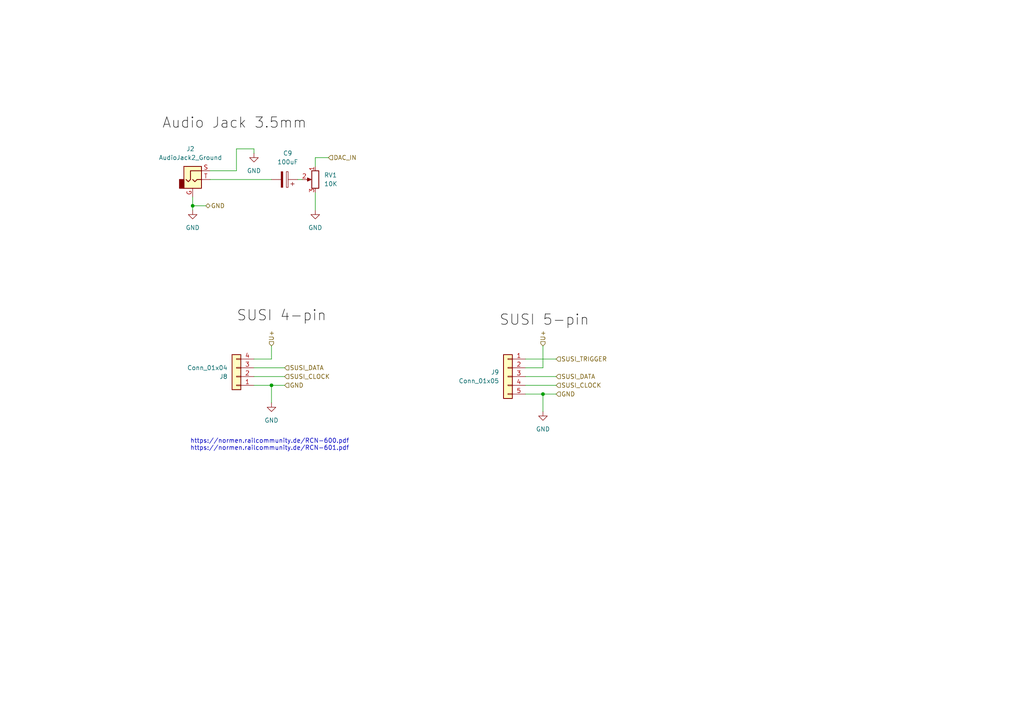
<source format=kicad_sch>
(kicad_sch (version 20231120) (generator "eeschema") (generator_version "7.99")
  (paper "A4")
  (lib_symbols
    (symbol "Connector_Audio:AudioJack2_Ground"
      (property "Reference" "J" (at 0 8.89 0))
      (property "Value" "AudioJack2_Ground" (at 0 6.35 0))
      (symbol "AudioJack2_Ground_0_1"
        (rectangle (start -2.54 -2.54) (end -3.81 0) (stroke (width 0.254)) (fill (type outline)))
        (polyline (pts (xy 0 0) (xy 0.635 -0.635) (xy 1.27 0) (xy 2.54 0)) (stroke (width 0.254)))
        (polyline (pts (xy 2.54 2.54) (xy -0.635 2.54) (xy -0.635 0) (xy -1.27 -0.635) (xy -1.905 0)) (stroke (width 0.254)))
        (rectangle (start 2.54 3.81) (end -2.54 -2.54) (stroke (width 0.254)) (fill (type background)))
      )
      (symbol "AudioJack2_Ground_1_1"
        (pin passive line (at 0 -5.08 90) (length 2.54) (name "~") (number "G"))
        (pin passive line (at 5.08 2.54 180) (length 2.54) (name "~") (number "S"))
        (pin passive line (at 5.08 0 180) (length 2.54) (name "~") (number "T"))
      )
    )
    (symbol "Connector_Generic:Conn_01x04" (pin_names (offset 1.016) hide)
      (property "Reference" "J" (at 0 5.08 0))
      (property "Value" "Conn_01x04" (at 0 -7.62 0))
      (symbol "Conn_01x04_1_1"
        (rectangle (start -1.27 -4.953) (end 0 -5.207) (stroke (width 0.1524)))
        (rectangle (start -1.27 -2.413) (end 0 -2.667) (stroke (width 0.1524)))
        (rectangle (start -1.27 0.127) (end 0 -0.127) (stroke (width 0.1524)))
        (rectangle (start -1.27 2.667) (end 0 2.413) (stroke (width 0.1524)))
        (rectangle (start -1.27 3.81) (end 1.27 -6.35) (stroke (width 0.254)) (fill (type background)))
        (pin passive line (at -5.08 2.54 0) (length 3.81) (name "Pin_1") (number "1"))
        (pin passive line (at -5.08 0 0) (length 3.81) (name "Pin_2") (number "2"))
        (pin passive line (at -5.08 -2.54 0) (length 3.81) (name "Pin_3") (number "3"))
        (pin passive line (at -5.08 -5.08 0) (length 3.81) (name "Pin_4") (number "4"))
      )
    )
    (symbol "Connector_Generic:Conn_01x05" (pin_names (offset 1.016) hide)
      (property "Reference" "J" (at 0 7.62 0))
      (property "Value" "Conn_01x05" (at 0 -7.62 0))
      (symbol "Conn_01x05_1_1"
        (rectangle (start -1.27 -4.953) (end 0 -5.207) (stroke (width 0.1524)))
        (rectangle (start -1.27 -2.413) (end 0 -2.667) (stroke (width 0.1524)))
        (rectangle (start -1.27 0.127) (end 0 -0.127) (stroke (width 0.1524)))
        (rectangle (start -1.27 2.667) (end 0 2.413) (stroke (width 0.1524)))
        (rectangle (start -1.27 5.207) (end 0 4.953) (stroke (width 0.1524)))
        (rectangle (start -1.27 6.35) (end 1.27 -6.35) (stroke (width 0.254)) (fill (type background)))
        (pin passive line (at -5.08 5.08 0) (length 3.81) (name "Pin_1") (number "1"))
        (pin passive line (at -5.08 2.54 0) (length 3.81) (name "Pin_2") (number "2"))
        (pin passive line (at -5.08 0 0) (length 3.81) (name "Pin_3") (number "3"))
        (pin passive line (at -5.08 -2.54 0) (length 3.81) (name "Pin_4") (number "4"))
        (pin passive line (at -5.08 -5.08 0) (length 3.81) (name "Pin_5") (number "5"))
      )
    )
    (symbol "Device:C_Polarized" (pin_numbers hide) (pin_names (offset 0.254))
      (property "Reference" "C" (at 0.635 2.54 0))
      (property "Value" "C_Polarized" (at 0.635 -2.54 0))
      (symbol "C_Polarized_0_1"
        (rectangle (start -2.286 0.508) (end 2.286 1.016))
        (polyline (pts (xy -1.778 2.286) (xy -0.762 2.286)))
        (polyline (pts (xy -1.27 2.794) (xy -1.27 1.778)))
        (rectangle (start 2.286 -0.508) (end -2.286 -1.016) (fill (type outline)))
      )
      (symbol "C_Polarized_1_1"
        (pin passive line (at 0 3.81 270) (length 2.794) (name "~") (number "1"))
        (pin passive line (at 0 -3.81 90) (length 2.794) (name "~") (number "2"))
      )
    )
    (symbol "Device:R_Potentiometer" (pin_names (offset 1.016) hide)
      (property "Reference" "RV" (at -4.445 0 90))
      (property "Value" "R_Potentiometer" (at -2.54 0 90))
      (symbol "R_Potentiometer_0_1"
        (polyline (pts (xy 2.54 0) (xy 1.524 0)))
        (polyline (pts (xy 1.143 0) (xy 2.286 0.508) (xy 2.286 -0.508) (xy 1.143 0)) (fill (type outline)))
        (rectangle (start 1.016 2.54) (end -1.016 -2.54) (stroke (width 0.254)))
      )
      (symbol "R_Potentiometer_1_1"
        (pin passive line (at 0 3.81 270) (length 1.27) (name "1") (number "1"))
        (pin passive line (at 3.81 0 180) (length 1.27) (name "2") (number "2"))
        (pin passive line (at 0 -3.81 90) (length 1.27) (name "3") (number "3"))
      )
    )
    (symbol "power:GND" (power) (pin_names (offset 0))
      (property "Value" "GND" (at 0 -3.81 0))
      (symbol "GND_0_1"
        (polyline (pts (xy 0 0) (xy 0 -1.27) (xy 1.27 -1.27) (xy 0 -2.54) (xy -1.27 -1.27) (xy 0 -1.27)))
      )
      (symbol "GND_1_1"
        (pin power_in line (at 0 0 270) (length 0) hide (name "GND") (number "1"))
      )
    )
  )
  (junction (at 78.74 111.76))
  (junction (at 157.48 114.3))
  (junction (at 55.88 59.69))
  (wire (pts (xy 161.29 111.76) (xy 152.4 111.76)))
  (wire (pts (xy 157.48 100.33) (xy 157.48 106.68)))
  (wire (pts (xy 87.63 52.07) (xy 86.36 52.07)))
  (wire (pts (xy 78.74 100.33) (xy 78.74 104.14)))
  (wire (pts (xy 55.88 59.69) (xy 55.88 60.96)))
  (wire (pts (xy 91.44 45.72) (xy 95.25 45.72)))
  (wire (pts (xy 78.74 111.76) (xy 78.74 116.84)))
  (wire (pts (xy 68.58 43.18) (xy 68.58 49.53)))
  (wire (pts (xy 55.88 57.15) (xy 55.88 59.69)))
  (wire (pts (xy 73.66 43.18) (xy 73.66 44.45)))
  (wire (pts (xy 152.4 114.3) (xy 157.48 114.3)))
  (wire (pts (xy 55.88 59.69) (xy 59.69 59.69)))
  (wire (pts (xy 91.44 60.96) (xy 91.44 55.88)))
  (wire (pts (xy 161.29 109.22) (xy 152.4 109.22)))
  (wire (pts (xy 78.74 111.76) (xy 82.55 111.76)))
  (wire (pts (xy 82.55 106.68) (xy 73.66 106.68)))
  (wire (pts (xy 73.66 104.14) (xy 78.74 104.14)))
  (wire (pts (xy 91.44 48.26) (xy 91.44 45.72)))
  (wire (pts (xy 161.29 104.14) (xy 152.4 104.14)))
  (wire (pts (xy 152.4 106.68) (xy 157.48 106.68)))
  (wire (pts (xy 60.96 52.07) (xy 78.74 52.07)))
  (wire (pts (xy 157.48 114.3) (xy 161.29 114.3)))
  (wire (pts (xy 82.55 109.22) (xy 73.66 109.22)))
  (wire (pts (xy 68.58 49.53) (xy 60.96 49.53)))
  (wire (pts (xy 68.58 43.18) (xy 73.66 43.18)))
  (wire (pts (xy 157.48 114.3) (xy 157.48 119.38)))
  (wire (pts (xy 73.66 111.76) (xy 78.74 111.76)))
  (text "https://normen.railcommunity.de/RCN-600.pdf\nhttps://normen.railcommunity.de/RCN-601.pdf" (at 78.232 129.032 0) (effects (font (size 1.27 1.27))))
  (label "Audio Jack 3.5mm" (at 46.99 38.1 0) (effects (font (size 3 3))))
  (label "SUSI 4-pin" (at 68.58 93.98 0) (effects (font (size 3 3))))
  (label "SUSI 5-pin" (at 144.78 95.25 0) (effects (font (size 3 3))))
  (hierarchical_label "SUSI_CLOCK" (shape input) (at 82.55 109.22 0))
  (hierarchical_label "DAC_IN" (shape input) (at 95.25 45.72 0))
  (hierarchical_label "SUSI_TRIGGER" (shape input) (at 161.29 104.14 0))
  (hierarchical_label "U+" (shape input) (at 157.48 100.33 90))
  (hierarchical_label "SUSI_CLOCK" (shape input) (at 161.29 111.76 0))
  (hierarchical_label "GND" (shape bidirectional) (at 59.69 59.69 0))
  (hierarchical_label "U+" (shape input) (at 78.74 100.33 90))
  (hierarchical_label "GND" (shape input) (at 161.29 114.3 0))
  (hierarchical_label "GND" (shape input) (at 82.55 111.76 0))
  (hierarchical_label "SUSI_DATA" (shape input) (at 161.29 109.22 0))
  (hierarchical_label "SUSI_DATA" (shape input) (at 82.55 106.68 0))
  (symbol (lib_id "power:GND") (at 91.44 60.96 0) (unit 1)
    (property "Reference" "#PWR031" (effects (hide yes)))
    (property "Value" "GND" (at 91.44 66.04 0))
    (property "Description" "Power symbol creates a global label with name \"GND\" , ground" (effects (hide yes)))
  )
  (symbol (lib_id "Device:R_Potentiometer") (at 91.44 52.07 0) (mirror y) (unit 1)
    (property "Reference" "RV1" (at 93.98 50.7999 0) (effects (justify right)))
    (property "Value" "10K" (at 93.98 53.3399 0) (effects (justify right)))
    (property "Footprint" "Potentiometer_SMD:Potentiometer_ACP_CA6-VSMD_Vertical" (effects (hide yes)))
    (property "Description" "Potentiometer" (effects (hide yes)))
  )
  (symbol (lib_id "Connector_Audio:AudioJack2_Ground") (at 55.88 52.07 0) (unit 1)
    (property "Reference" "J2" (at 55.245 43.18 0))
    (property "Value" "AudioJack2_Ground" (at 55.245 45.72 0))
    (property "Footprint" "Connector_Audio:Jack_3.5mm_CUI_SJ-3523-SMT_Horizontal" (effects (hide yes)))
    (property "Description" "Audio Jack, 2 Poles (Mono / TS), Grounded Sleeve" (effects (hide yes)))
  )
  (symbol (lib_id "power:GND") (at 55.88 60.96 0) (unit 1)
    (property "Reference" "#PWR029" (effects (hide yes)))
    (property "Value" "GND" (at 55.88 66.04 0))
    (property "Description" "Power symbol creates a global label with name \"GND\" , ground" (effects (hide yes)))
  )
  (symbol (lib_id "power:GND") (at 73.66 44.45 0) (unit 1)
    (property "Reference" "#PWR030" (effects (hide yes)))
    (property "Value" "GND" (at 73.66 49.53 0))
    (property "Description" "Power symbol creates a global label with name \"GND\" , ground" (effects (hide yes)))
  )
  (symbol (lib_id "power:GND") (at 78.74 116.84 0) (unit 1)
    (property "Reference" "#PWR038" (effects (hide yes)))
    (property "Value" "GND" (at 78.74 121.92 0))
    (property "Description" "Power symbol creates a global label with name \"GND\" , ground" (effects (hide yes)))
  )
  (symbol (lib_id "power:GND") (at 157.48 119.38 0) (unit 1)
    (property "Reference" "#PWR039" (effects (hide yes)))
    (property "Value" "GND" (at 157.48 124.46 0))
    (property "Description" "Power symbol creates a global label with name \"GND\" , ground" (effects (hide yes)))
  )
  (symbol (lib_id "Device:C_Polarized") (at 82.55 52.07 270) (mirror x) (unit 1)
    (property "Reference" "C9" (at 83.439 44.45 90))
    (property "Value" "100uF" (at 83.439 46.99 90))
    (property "Description" "Polarized capacitor" (effects (hide yes)))
  )
  (symbol (lib_id "Connector_Generic:Conn_01x05") (at 147.32 109.22 0) (mirror y) (unit 1)
    (property "Reference" "J9" (at 144.78 107.9499 0) (effects (justify left)))
    (property "Value" "Conn_01x05" (at 144.78 110.4899 0) (effects (justify left)))
    (property "Description" "Generic connector, single row, 01x05, script generated (kicad-library-utils/schlib/autogen/connector/)" (effects (hide yes)))
  )
  (symbol (lib_id "Connector_Generic:Conn_01x04") (at 68.58 109.22 180) (unit 1)
    (property "Reference" "J8" (at 66.04 109.2201 0) (effects (justify left)))
    (property "Value" "Conn_01x04" (at 66.04 106.6801 0) (effects (justify left)))
    (property "Description" "Generic connector, single row, 01x04, script generated (kicad-library-utils/schlib/autogen/connector/)" (effects (hide yes)))
  )
)
</source>
